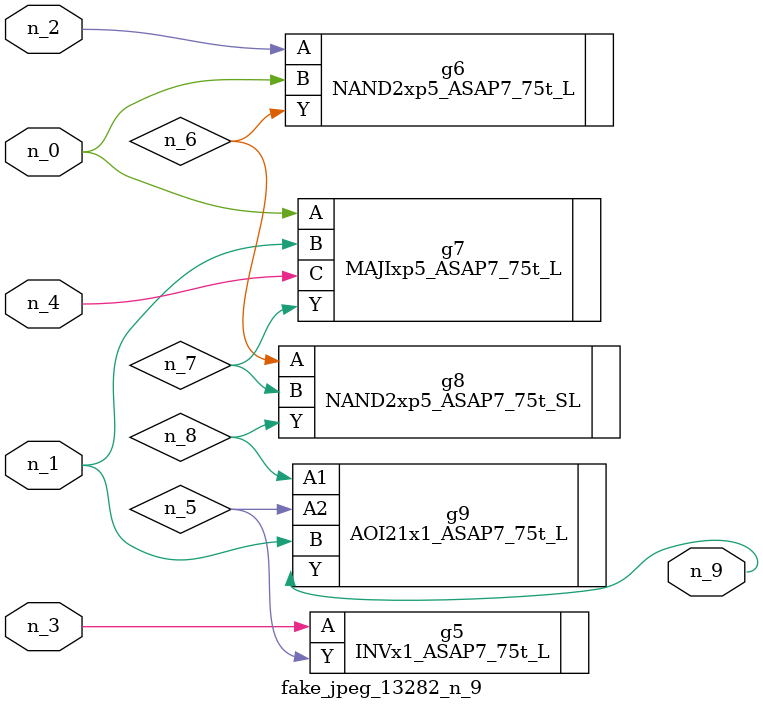
<source format=v>
module fake_jpeg_13282_n_9 (n_3, n_2, n_1, n_0, n_4, n_9);

input n_3;
input n_2;
input n_1;
input n_0;
input n_4;

output n_9;

wire n_8;
wire n_6;
wire n_5;
wire n_7;

INVx1_ASAP7_75t_L g5 ( 
.A(n_3),
.Y(n_5)
);

NAND2xp5_ASAP7_75t_L g6 ( 
.A(n_2),
.B(n_0),
.Y(n_6)
);

MAJIxp5_ASAP7_75t_L g7 ( 
.A(n_0),
.B(n_1),
.C(n_4),
.Y(n_7)
);

NAND2xp5_ASAP7_75t_SL g8 ( 
.A(n_6),
.B(n_7),
.Y(n_8)
);

AOI21x1_ASAP7_75t_L g9 ( 
.A1(n_8),
.A2(n_5),
.B(n_1),
.Y(n_9)
);


endmodule
</source>
